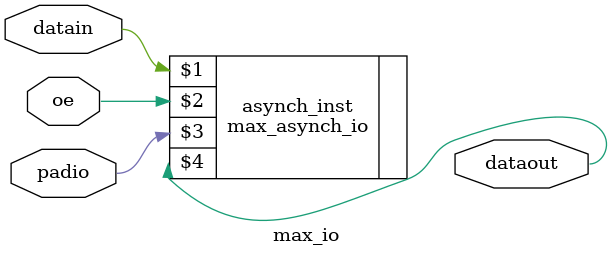
<source format=v>
module max_io (datain, oe, padio, dataout);
        parameter operation_mode = "input";
		parameter bus_hold = "false";
		parameter open_drain_output = "false";
		parameter weak_pull_up = "false";
        inout        padio;
        input        datain, oe;
        output       dataout;
	max_asynch_io asynch_inst (datain, oe, padio, dataout);
   	defparam
		asynch_inst.operation_mode = operation_mode,
		asynch_inst.bus_hold = bus_hold,
	    asynch_inst.open_drain_output = open_drain_output,
	    asynch_inst.weak_pull_up = weak_pull_up;
endmodule
</source>
